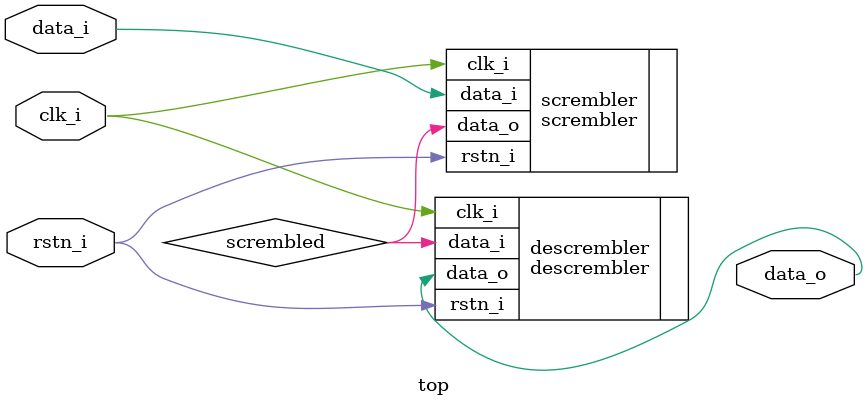
<source format=v>

module top (

  // Clock and reset
  input  clk_i,
  input  rstn_i,

  // Input data
  input  data_i,

  // Output data
  output data_o
);

  wire scrembled;

  scrembler scrembler (
    .clk_i    ( clk_i     ),
    .rstn_i   ( rstn_i    ),

    .data_i   ( data_i    ),

    .data_o   ( scrembled )
  );

  descrembler descrembler (
    .clk_i    ( clk_i     ),
    .rstn_i   ( rstn_i    ),

    .data_i   ( scrembled ),

    .data_o   ( data_o    )
  );

endmodule

</source>
